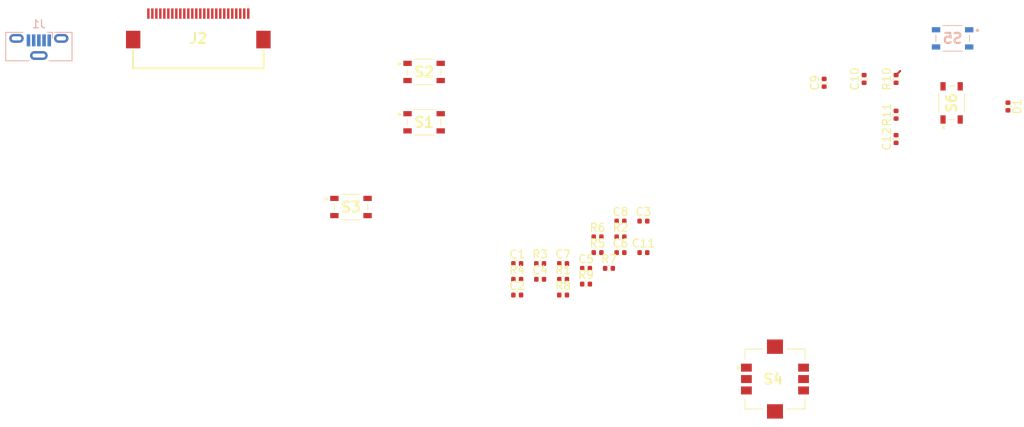
<source format=kicad_pcb>
(kicad_pcb (version 20211014) (generator pcbnew)
  (layers (0 "F.Cu" signal) (31 "B.Cu" signal) (34 "B.Paste" user) (35 "F.Paste" user) (36 "B.SilkS" user "B.Silkscreen") (37 "F.SilkS" user "F.Silkscreen") (38 "B.Mask" user) (39 "F.Mask" user) (44 "Edge.Cuts" user))
  (net 0 "")
  (net 1 "/PHOTO")
  (net 2 "/RECORD")
  (net 3 "/DOWN")
  (net 4 "/RIGHT")
  (net 5 "GND")
  (net 6 "/LEFT")
  (net 7 "/OK")
  (net 8 "/UP")
  (net 9 "/RTH")
  (net 10 "/LED_ANODE")
  (net 11 "/PAUSE")
  (net 12 "/ON_OFF")
  (net 13 "/LED_CATHODE")
  (net 16 "/D+")
  (net 17 "/D-")
  (net 18 "VBUS")
  (net 66 "/LED")
  (net 93 "unconnected-(R10-Pad2)")
  (footprint "Capacitor_SMD:C_0402_1005Metric" (layer "F.Cu") (at 176.52 94.73)
    (fp_text reference "C6" (at 0 -1.16) (layer "F.SilkS"))
    (fp_text value "C")
    (fp_line (start -0.107836 -0.36) (end 0.107836 -0.36) (layer "F.SilkS") (width 0.12))
    (fp_line (start -0.107836 0.36) (end 0.107836 0.36) (layer "F.SilkS") (width 0.12))
    (pad "1" smd roundrect (at -0.48 0) (size 0.56 0.62) (layers "F.Cu" "F.Paste" "F.Mask"))
    (pad "2" smd roundrect (at 0.48 0) (size 0.56 0.62) (layers "F.Cu" "F.Paste" "F.Mask"))
  )
  (footprint "Component_lib:SKRPABE010" (layer "F.Cu") (at 142.8 89.025)
    (fp_text reference "S3" (at 0 0) (layer "F.SilkS") (effects (font (size 1.27 1.27) (thickness 0.254))))
    (fp_text value "SKRPABE010" hide)
    (fp_line (start -3 -1) (end -3 -1) (layer "F.SilkS") (width 0.1))
    (fp_line (start 2.1 -0.4) (end 2.1 0.4) (layer "F.SilkS") (width 0.1))
    (fp_line (start -1.2 -1.6) (end 1.2 -1.6) (layer "F.SilkS") (width 0.1))
    (fp_line (start -1.2 1.6) (end 1.2 1.6) (layer "F.SilkS") (width 0.1))
    (fp_line (start -3.2 -1) (end -3.2 -1) (layer "F.SilkS") (width 0.2))
    (fp_line (start -3 -1) (end -3 -1) (layer "F.SilkS") (width 0.2))
    (fp_line (start -2.1 -0.4) (end -2.1 0.4) (layer "F.SilkS") (width 0.1))
    (fp_arc (start -3.2 -1) (mid -3.1 -1.1) (end -3 -1) (layer "F.SilkS") (width 0.2))
    (fp_arc (start -3 -1) (mid -3.1 -0.9) (end -3.2 -1) (layer "F.SilkS") (width 0.2))
    (pad "1" smd rect (at -2.075 -1.075 90) (size 0.65 1.05) (layers "F.Cu" "F.Paste" "F.Mask") (net 5 "GND"))
    (pad "2" smd rect (at 2.075 -1.075 90) (size 0.65 1.05) (layers "F.Cu" "F.Paste" "F.Mask"))
    (pad "3" smd rect (at -2.075 1.075 90) (size 0.65 1.05) (layers "F.Cu" "F.Paste" "F.Mask"))
    (pad "4" smd rect (at 2.075 1.075 90) (size 0.65 1.05) (layers "F.Cu" "F.Paste" "F.Mask"))
  )
  (footprint "Capacitor_SMD:C_0402_1005Metric" (layer "F.Cu") (at 176.52 92.76)
    (fp_text reference "R2" (at 0 -1.16) (layer "F.SilkS"))
    (fp_text value "R")
    (fp_line (start -0.107836 -0.36) (end 0.107836 -0.36) (layer "F.SilkS") (width 0.12))
    (fp_line (start -0.107836 0.36) (end 0.107836 0.36) (layer "F.SilkS") (width 0.12))
    (pad "1" smd roundrect (at -0.48 0) (size 0.56 0.62) (layers "F.Cu" "F.Paste" "F.Mask"))
    (pad "2" smd roundrect (at 0.48 0) (size 0.56 0.62) (layers "F.Cu" "F.Paste" "F.Mask"))
  )
  (footprint "Capacitor_SMD:C_0402_1005Metric" (layer "F.Cu") (at 211 73 90)
    (fp_text reference "R10" (at 0 -1.16 90) (layer "F.SilkS"))
    (fp_text value "1k1")
    (fp_line (start -0.107836 -0.36) (end 0.107836 -0.36) (layer "F.SilkS") (width 0.12))
    (fp_line (start -0.107836 0.36) (end 0.107836 0.36) (layer "F.SilkS") (width 0.12))
    (pad "1" smd roundrect (at -0.48 0 90) (size 0.56 0.62) (layers "F.Cu" "F.Paste" "F.Mask"))
    (pad "2" smd roundrect (at 0.48 0 90) (size 0.56 0.62) (layers "F.Cu" "F.Paste" "F.Mask") (net 93 "unconnected-(R10-Pad2)"))
  )
  (footprint "Capacitor_SMD:C_0402_1005Metric" (layer "F.Cu") (at 163.6 100.04)
    (fp_text reference "C2" (at 0 -1.16) (layer "F.SilkS"))
    (fp_text value "C")
    (fp_line (start -0.107836 0.36) (end 0.107836 0.36) (layer "F.SilkS") (width 0.12))
    (fp_line (start -0.107836 -0.36) (end 0.107836 -0.36) (layer "F.SilkS") (width 0.12))
    (pad "1" smd roundrect (at -0.48 0) (size 0.56 0.62) (layers "F.Cu" "F.Paste" "F.Mask"))
    (pad "2" smd roundrect (at 0.48 0) (size 0.56 0.62) (layers "F.Cu" "F.Paste" "F.Mask"))
  )
  (footprint "Capacitor_SMD:C_0402_1005Metric" (layer "F.Cu") (at 163.6 98.07)
    (fp_text reference "R4" (at 0 -1.16) (layer "F.SilkS"))
    (fp_text value "R")
    (fp_line (start -0.107836 0.36) (end 0.107836 0.36) (layer "F.SilkS") (width 0.12))
    (fp_line (start -0.107836 -0.36) (end 0.107836 -0.36) (layer "F.SilkS") (width 0.12))
    (pad "1" smd roundrect (at -0.48 0) (size 0.56 0.62) (layers "F.Cu" "F.Paste" "F.Mask"))
    (pad "2" smd roundrect (at 0.48 0) (size 0.56 0.62) (layers "F.Cu" "F.Paste" "F.Mask"))
  )
  (footprint "Capacitor_SMD:C_0402_1005Metric" (layer "F.Cu") (at 163.6 96.1)
    (fp_text reference "C1" (at 0 -1.16) (layer "F.SilkS"))
    (fp_text value "C")
    (fp_line (start -0.107836 0.36) (end 0.107836 0.36) (layer "F.SilkS") (width 0.12))
    (fp_line (start -0.107836 -0.36) (end 0.107836 -0.36) (layer "F.SilkS") (width 0.12))
    (pad "1" smd roundrect (at -0.48 0) (size 0.56 0.62) (layers "F.Cu" "F.Paste" "F.Mask"))
    (pad "2" smd roundrect (at 0.48 0) (size 0.56 0.62) (layers "F.Cu" "F.Paste" "F.Mask"))
  )
  (footprint "Capacitor_SMD:C_0402_1005Metric" (layer "F.Cu") (at 169.34 100.04)
    (fp_text reference "R8" (at 0 -1.16) (layer "F.SilkS"))
    (fp_text value "R")
    (fp_line (start -0.107836 -0.36) (end 0.107836 -0.36) (layer "F.SilkS") (width 0.12))
    (fp_line (start -0.107836 0.36) (end 0.107836 0.36) (layer "F.SilkS") (width 0.12))
    (pad "1" smd roundrect (at -0.48 0) (size 0.56 0.62) (layers "F.Cu" "F.Paste" "F.Mask"))
    (pad "2" smd roundrect (at 0.48 0) (size 0.56 0.62) (layers "F.Cu" "F.Paste" "F.Mask"))
  )
  (footprint "Component_lib:SKRPABE010" (layer "F.Cu") (at 217.95 76 90)
    (fp_text reference "S6" (at 0 0 90) (layer "F.SilkS") (effects (font (size 1.27 1.27) (thickness 0.254))))
    (fp_text value "SKRPABE010" hide)
    (fp_line (start -3 -1) (end -3 -1) (layer "F.SilkS") (width 0.2))
    (fp_line (start -3.2 -1) (end -3.2 -1) (layer "F.SilkS") (width 0.2))
    (fp_line (start 2.1 -0.4) (end 2.1 0.4) (layer "F.SilkS") (width 0.1))
    (fp_line (start -1.2 1.6) (end 1.2 1.6) (layer "F.SilkS") (width 0.1))
    (fp_line (start -2.1 -0.4) (end -2.1 0.4) (layer "F.SilkS") (width 0.1))
    (fp_line (start -3 -1) (end -3 -1) (layer "F.SilkS") (width 0.1))
    (fp_line (start -1.2 -1.6) (end 1.2 -1.6) (layer "F.SilkS") (width 0.1))
    (fp_arc (start -3.2 -1) (mid -3.1 -1.1) (end -3 -1) (layer "F.SilkS") (width 0.2))
    (fp_arc (start -3 -1) (mid -3.1 -0.9) (end -3.2 -1) (layer "F.SilkS") (width 0.2))
    (pad "1" smd rect (at -2.075 -1.075 180) (size 0.65 1.05) (layers "F.Cu" "F.Paste" "F.Mask"))
    (pad "2" smd rect (at 2.075 -1.075 180) (size 0.65 1.05) (layers "F.Cu" "F.Paste" "F.Mask"))
    (pad "3" smd rect (at -2.075 1.075 180) (size 0.65 1.05) (layers "F.Cu" "F.Paste" "F.Mask"))
    (pad "4" smd rect (at 2.075 1.075 180) (size 0.65 1.05) (layers "F.Cu" "F.Paste" "F.Mask"))
  )
  (footprint "Component_lib:FH12A26S05SH55" (layer "F.Cu") (at 123.7 68.25 180)
    (fp_text reference "J2" (at 0 0.325) (layer "F.SilkS") (effects (font (size 1.27 1.27) (thickness 0.254))))
    (fp_text value "FH12A-26S-0.5SH_55_" hide)
    (fp_line (start -8.175 -3.425) (end 8.175 -3.425) (layer "F.SilkS") (width 0.2))
    (fp_line (start 8.175 -3.425) (end 8.175 -1.2) (layer "F.SilkS") (width 0.2))
    (fp_line (start -8.175 -1.2) (end -8.175 -3.425) (layer "F.SilkS") (width 0.2))
    (fp_line (start -6.25 4.4) (end -6.25 4.4) (layer "F.SilkS") (width 0.1))
    (fp_line (start -6.25 4.5) (end -6.25 4.5) (layer "F.SilkS") (width 0.1))
    (fp_arc (start -6.25 4.5) (mid -6.3 4.45) (end -6.25 4.4) (layer "F.SilkS") (width 0.1))
    (fp_arc (start -6.25 4.4) (mid -6.2 4.45) (end -6.25 4.5) (layer "F.SilkS") (width 0.1))
    (pad "1" smd rect (at -6.25 3.425 180) (size 0.3 1.3) (layers "F.Cu" "F.Paste" "F.Mask") (net 1 "/PHOTO"))
    (pad "2" smd rect (at -5.75 3.425 180) (size 0.3 1.3) (layers "F.Cu" "F.Paste" "F.Mask") (net 2 "/RECORD"))
    (pad "3" smd rect (at -5.25 3.425 180) (size 0.3 1.3) (layers "F.Cu" "F.Paste" "F.Mask") (net 3 "/DOWN"))
    (pad "4" smd rect (at -4.75 3.425 180) (size 0.3 1.3) (layers "F.Cu" "F.Paste" "F.Mask") (net 4 "/RIGHT"))
    (pad "5" smd rect (at -4.25 3.425 180) (size 0.3 1.3) (layers "F.Cu" "F.Paste" "F.Mask") (net 5 "GND"))
    (pad "6" smd rect (at -3.75 3.425 180) (size 0.3 1.3) (layers "F.Cu" "F.Paste" "F.Mask") (net 6 "/LEFT"))
    (pad "7" smd rect (at -3.25 3.425 180) (size 0.3 1.3) (layers "F.Cu" "F.Paste" "F.Mask") (net 7 "/OK"))
    (pad "8" smd rect (at -2.75 3.425 180) (size 0.3 1.3) (layers "F.Cu" "F.Paste" "F.Mask") (net 8 "/UP"))
    (pad "9" smd rect (at -2.25 3.425 180) (size 0.3 1.3) (layers "F.Cu" "F.Paste" "F.Mask") (net 9 "/RTH"))
    (pad "10" smd rect (at -1.75 3.425 180) (size 0.3 1.3) (layers "F.Cu" "F.Paste" "F.Mask") (net 10 "/LED_ANODE"))
    (pad "11" smd rect (at -1.25 3.425 180) (size 0.3 1.3) (layers "F.Cu" "F.Paste" "F.Mask") (net 11 "/PAUSE"))
    (pad "12" smd rect (at -0.75 3.425 180) (size 0.3 1.3) (layers "F.Cu" "F.Paste" "F.Mask") (net 5 "GND"))
    (pad "13" smd rect (at -0.25 3.425 180) (size 0.3 1.3) (layers "F.Cu" "F.Paste" "F.Mask") (net 12 "/ON_OFF"))
    (pad "14" smd rect (at 0.25 3.425 180) (size 0.3 1.3) (layers "F.Cu" "F.Paste" "F.Mask") (net 13 "/LED_CATHODE"))
    (pad "15" smd rect (at 0.75 3.425 180) (size 0.3 1.3) (layers "F.Cu" "F.Paste" "F.Mask"))
    (pad "16" smd rect (at 1.25 3.425 180) (size 0.3 1.3) (layers "F.Cu" "F.Paste" "F.Mask") (net 5 "GND"))
    (pad "17" smd rect (at 1.75 3.425 180) (size 0.3 1.3) (layers "F.Cu" "F.Paste" "F.Mask"))
    (pad "18" smd rect (at 2.25 3.425 180) (size 0.3 1.3) (layers "F.Cu" "F.Paste" "F.Mask") (net 5 "GND"))
    (pad "19" smd rect (at 2.75 3.425 180) (size 0.3 1.3) (layers "F.Cu" "F.Paste" "F.Mask") (net 5 "GND"))
    (pad "20" smd rect (at 3.25 3.425 180) (size 0.3 1.3) (layers "F.Cu" "F.Paste" "F.Mask") (net 16 "/D+"))
    (pad "21" smd rect (at 3.75 3.425 180) (size 0.3 1.3) (layers "F.Cu" "F.Paste" "F.Mask") (net 17 "/D-"))
    (pad "22" smd rect (at 4.25 3.425 180) (size 0.3 1.3) (layers "F.Cu" "F.Paste" "F.Mask") (net 18 "VBUS"))
    (pad "23" smd rect (at 4.75 3.425 180) (size 0.3 1.3) (layers "F.Cu" "F.Paste" "F.Mask") (net 18 "VBUS"))
    (pad "24" smd rect (at 5.25 3.425 180) (size 0.3 1.3) (layers "F.Cu" "F.Paste" "F.Mask") (net 18 "VBUS"))
    (pad "25" smd rect (at 5.75 3.425 180) (size 0.3 1.3) (layers "F.Cu" "F.Paste" "F.Mask") (net 18 "VBUS"))
    (pad "26" smd rect (at 6.25 3.425 180) (size 0.3 1.3) (layers "F.Cu" "F.Paste" "F.Mask") (net 18 "VBUS"))
    (pad "MP1" smd rect (at -8.15 0.175 180) (size 1.8 2.2) (layers "F.Cu" "F.Paste" "F.Mask") (net 5 "GND"))
    (pad "MP2" smd rect (at 8.15 0.175 180) (size 1.8 2.2) (layers "F.Cu" "F.Paste" "F.Mask") (net 5 "GND"))
  )
  (footprint "Capacitor_SMD:C_0402_1005Metric" (layer "F.Cu") (at 211 80.52 90)
    (fp_text reference "C12" (at 0 -1.16 90) (layer "F.SilkS"))
    (fp_text value "C")
    (fp_line (start -0.107836 -0.36) (end 0.107836 -0.36) (layer "F.SilkS") (width 0.12))
    (fp_line (start -0.107836 0.36) (end 0.107836 0.36) (layer "F.SilkS") (width 0.12))
    (pad "1" smd roundrect (at -0.48 0 90) (size 0.56 0.62) (layers "F.Cu" "F.Paste" "F.Mask"))
    (pad "2" smd roundrect (at 0.48 0 90) (size 0.56 0.62) (layers "F.Cu" "F.Paste" "F.Mask"))
  )
  (footprint "Component_lib:SKRHABE010" (layer "F.Cu") (at 195.85 110.55)
    (fp_text reference "S4" (at -0.225 0) (layer "F.SilkS") (effects (font (size 1.27 1.27) (thickness 0.254))))
    (fp_text value "SKRHABE010" hide)
    (fp_line (start -3.75 3.75) (end -1.5 3.75) (layer "F.SilkS") (width 0.1))
    (fp_line (start 3.75 3.75) (end 3.75 2.5) (layer "F.SilkS") (width 0.1))
    (fp_line (start 3.75 -3.75) (end 3.75 -2.5) (layer "F.SilkS") (width 0.1))
    (fp_line (start -4.6 -1.5) (end -4.6 -1.5) (layer "F.SilkS") (width 0.2))
    (fp_line (start -1.5 -3.75) (end -3.75 -3.75) (layer "F.SilkS") (width 0.1))
    (fp_line (start -4.6 -1.3) (end -4.6 -1.3) (layer "F.SilkS") (width 0.2))
    (fp_line (start 1.5 3.75) (end 3.75 3.75) (layer "F.SilkS") (width 0.1))
    (fp_line (start 1.5 -3.75) (end 3.75 -3.75) (layer "F.SilkS") (width 0.1))
    (fp_line (start -3.75 -3.75) (end -3.75 -2.5) (layer "F.SilkS") (width 0.1))
    (fp_line (start -3.75 2.5) (end -3.75 3.75) (layer "F.SilkS") (width 0.1))
    (fp_arc (start -4.6 -1.5) (mid -4.5 -1.4) (end -4.6 -1.3) (layer "F.SilkS") (width 0.2))
    (fp_arc (start -4.6 -1.3) (mid -4.7 -1.4) (end -4.6 -1.5) (layer "F.SilkS") (width 0.2))
    (pad "" np_thru_hole circle locked (at 0 -1.9) (size 0.75 0.75) (drill 0.75) (layers *.Cu *.Mask))
    (pad "" np_thru_hole circle locked (at 0 1.9) (size 1.05 1.05) (drill 1.05) (layers *.Cu *.Mask))
    (pad "1" smd rect locked (at -3.575 -1.425 90) (size 1 1.35) (layers "F.Cu" "F.Paste" "F.Mask"))
    (pad "2" smd rect locked (at -3.575 0 90) (size 1 1.35) (layers "F.Cu" "F.Paste" "F.Mask"))
    (pad "3" smd rect locked (at -3.575 1.425 90) (size 1 1.35) (layers "F.Cu" "F.Paste" "F.Mask"))
    (pad "4" smd rect locked (at 3.575 -1.425 90) (size 1 1.35) (layers "F.Cu" "F.Paste" "F.Mask"))
    (pad "5" smd rect locked (at 3.575 0 90) (size 1 1.35) (layers "F.Cu" "F.Paste" "F.Mask") (net 5 "GND"))
    (pad "6" smd rect locked (at 3.575 1.425 90) (size 1 1.35) (layers "F.Cu" "F.Paste" "F.Mask"))
    (pad "7" smd rect locked (at 0 -4.05 90) (size 1.8 2) (layers "F.Cu" "F.Paste" "F.Mask"))
    (pad "8" smd rect locked (at 0 4.05 90) (size 1.8 2) (layers "F.Cu" "F.Paste" "F.Mask"))
  )
  (footprint "Capacitor_SMD:C_0402_1005Metric" (layer "F.Cu") (at 172.21 96.7)
    (fp_text reference "C5" (at 0 -1.16) (layer "F.SilkS"))
    (fp_text value "C")
    (fp_line (start -0.107836 -0.36) (end 0.107836 -0.36) (layer "F.SilkS") (width 0.12))
    (fp_line (start -0.107836 0.36) (end 0.107836 0.36) (layer "F.SilkS") (width 0.12))
    (pad "1" smd roundrect (at -0.48 0) (size 0.56 0.62) (layers "F.Cu" "F.Paste" "F.Mask"))
    (pad "2" smd roundrect (at 0.48 0) (size 0.56 0.62) (layers "F.Cu" "F.Paste" "F.Mask"))
  )
  (footprint "Component_lib:SKRPABE010" (layer "F.Cu") (at 151.95 78.425)
    (fp_text reference "S1" (at 0 0) (layer "F.SilkS") (effects (font (size 1.27 1.27) (thickness 0.254))))
    (fp_text value "SKRPABE010" hide)
    (fp_line (start -2.1 -0.4) (end -2.1 0.4) (layer "F.SilkS") (width 0.1))
    (fp_line (start -1.2 -1.6) (end 1.2 -1.6) (layer "F.SilkS") (width 0.1))
    (fp_line (start -3 -1) (end -3 -1) (layer "F.SilkS") (width 0.2))
    (fp_line (start -3 -1) (end -3 -1) (layer "F.SilkS") (width 0.1))
    (fp_line (start -1.2 1.6) (end 1.2 1.6) (layer "F.SilkS") (width 0.1))
    (fp_line (start 2.1 -0.4) (end 2.1 0.4) (layer "F.SilkS") (width 0.1))
    (fp_line (start -3.2 -1) (end -3.2 -1) (layer "F.SilkS") (width 0.2))
    (fp_arc (start -3 -1) (mid -3.1 -0.9) (end -3.2 -1) (layer "F.SilkS") (width 0.2))
    (fp_arc (start -3.2 -1) (mid -3.1 -1.1) (end -3 -1) (layer "F.SilkS") (width 0.2))
    (pad "1" smd rect (at -2.075 -1.075 90) (size 0.65 1.05) (layers "F.Cu" "F.Paste" "F.Mask"))
    (pad "2" smd rect (at 2.075 -1.075 90) (size 0.65 1.05) (layers "F.Cu" "F.Paste" "F.Mask"))
    (pad "3" smd rect (at -2.075 1.075 90) (size 0.65 1.05) (layers "F.Cu" "F.Paste" "F.Mask") (net 5 "GND"))
    (pad "4" smd rect (at 2.075 1.075 90) (size 0.65 1.05) (layers "F.Cu" "F.Paste" "F.Mask"))
  )
  (footprint "Capacitor_SMD:C_0402_1005Metric" (layer "F.Cu") (at 172.21 98.67)
    (fp_text reference "R9" (at 0 -1.16) (layer "F.SilkS"))
    (fp_text value "R")
    (fp_line (start -0.107836 -0.36) (end 0.107836 -0.36) (layer "F.SilkS") (width 0.12))
    (fp_line (start -0.107836 0.36) (end 0.107836 0.36) (layer "F.SilkS") (width 0.12))
    (pad "1" smd roundrect (at -0.48 0) (size 0.56 0.62) (layers "F.Cu" "F.Paste" "F.Mask"))
    (pad "2" smd roundrect (at 0.48 0) (size 0.56 0.62) (layers "F.Cu" "F.Paste" "F.Mask"))
  )
  (footprint "Component_lib:SKRPABE010" (layer "F.Cu") (at 151.95 72.125)
    (fp_text reference "S2" (at 0 0) (layer "F.SilkS") (effects (font (size 1.27 1.27) (thickness 0.254))))
    (fp_text value "SKRPABE010" hide)
    (fp_line (start -3 -1) (end -3 -1) (layer "F.SilkS") (width 0.1))
    (fp_line (start -2.1 -0.4) (end -2.1 0.4) (layer "F.SilkS") (width 0.1))
    (fp_line (start -1.2 1.6) (end 1.2 1.6) (layer "F.SilkS") (width 0.1))
    (fp_line (start -3 -1) (end -3 -1) (layer "F.SilkS") (width 0.2))
    (fp_line (start 2.1 -0.4) (end 2.1 0.4) (layer "F.SilkS") (width 0.1))
    (fp_line (start -1.2 -1.6) (end 1.2 -1.6) (layer "F.SilkS") (width 0.1))
    (fp_line (start -3.2 -1) (end -3.2 -1) (layer "F.SilkS") (width 0.2))
    (fp_arc (start -3 -1) (mid -3.1 -0.9) (end -3.2 -1) (layer "F.SilkS") (width 0.2))
    (fp_arc (start -3.2 -1) (mid -3.1 -1.1) (end -3 -1) (layer "F.SilkS") (width 0.2))
    (pad "1" smd rect (at -2.075 -1.075 90) (size 0.65 1.05) (layers "F.Cu" "F.Paste" "F.Mask"))
    (pad "2" smd rect (at 2.075 -1.075 90) (size 0.65 1.05) (layers "F.Cu" "F.Paste" "F.Mask"))
    (pad "3" smd rect (at -2.075 1.075 90) (size 0.65 1.05) (layers "F.Cu" "F.Paste" "F.Mask") (net 5 "GND"))
    (pad "4" smd rect (at 2.075 1.075 90) (size 0.65 1.05) (layers "F.Cu" "F.Paste" "F.Mask"))
  )
  (footprint "Capacitor_SMD:C_0402_1005Metric" (layer "F.Cu") (at 169.34 98.07)
    (fp_text reference "R1" (at 0 -1.16) (layer "F.SilkS"))
    (fp_text value "R")
    (fp_line (start -0.107836 -0.36) (end 0.107836 -0.36) (layer "F.SilkS") (width 0.12))
    (fp_line (start -0.107836 0.36) (end 0.107836 0.36) (layer "F.SilkS") (width 0.12))
    (pad "1" smd roundrect (at -0.48 0) (size 0.56 0.62) (layers "F.Cu" "F.Paste" "F.Mask"))
    (pad "2" smd roundrect (at 0.48 0) (size 0.56 0.62) (layers "F.Cu" "F.Paste" "F.Mask"))
  )
  (footprint "Capacitor_SMD:C_0402_1005Metric" (layer "F.Cu") (at 179.39 94.73)
    (fp_text reference "C11" (at 0 -1.16) (layer "F.SilkS"))
    (fp_text value "C")
    (fp_line (start -0.107836 -0.36) (end 0.107836 -0.36) (layer "F.SilkS") (width 0.12))
    (fp_line (start -0.107836 0.36) (end 0.107836 0.36) (layer "F.SilkS") (width 0.12))
    (pad "1" smd roundrect (at -0.48 0) (size 0.56 0.62) (layers "F.Cu" "F.Paste" "F.Mask"))
    (pad "2" smd roundrect (at 0.48 0) (size 0.56 0.62) (layers "F.Cu" "F.Paste" "F.Mask"))
  )
  (footprint "Capacitor_SMD:C_0402_1005Metric" (layer "F.Cu") (at 225 76.45 -90)
    (fp_text reference "D1" (at 0 -1.16 90) (layer "F.SilkS"))
    (fp_text value "LED")
    (fp_line (start -0.107836 -0.36) (end 0.107836 -0.36) (layer "F.SilkS") (width 0.12))
    (fp_line (start -0.107836 0.36) (end 0.107836 0.36) (layer "F.SilkS") (width 0.12))
    (pad "1" smd roundrect (at -0.48 0 270) (size 0.56 0.62) (layers "F.Cu" "F.Paste" "F.Mask") (net 66 "/LED"))
    (pad "2" smd roundrect (at 0.48 0 270) (size 0.56 0.62) (layers "F.Cu" "F.Paste" "F.Mask"))
  )
  (footprint "Capacitor_SMD:C_0402_1005Metric" (layer "F.Cu") (at 211 77.48 90)
    (fp_text reference "R11" (at 0 -1.16 90) (layer "F.SilkS"))
    (fp_text value "11")
    (fp_line (start -0.107836 -0.36) (end 0.107836 -0.36) (layer "F.SilkS") (width 0.12))
    (fp_line (start -0.107836 0.36) (end 0.107836 0.36) (layer "F.SilkS") (width 0.12))
    (pad "1" smd roundrect (at -0.48 0 90) (size 0.56 0.62) (layers "F.Cu" "F.Paste" "F.Mask"))
    (pad "2" smd roundrect (at 0.48 0 90) (size 0.56 0.62) (layers "F.Cu" "F.Paste" "F.Mask"))
  )
  (footprint "Capacitor_SMD:C_0402_1005Metric" (layer "F.Cu") (at 176.52 90.79)
    (fp_text reference "C8" (at 0 -1.16) (layer "F.SilkS"))
    (fp_text value "C")
    (fp_line (start -0.107836 -0.36) (end 0.107836 -0.36) (layer "F.SilkS") (width 0.12))
    (fp_line (start -0.107836 0.36) (end 0.107836 0.36) (layer "F.SilkS") (width 0.12))
    (pad "1" smd roundrect (at -0.48 0) (size 0.56 0.62) (layers "F.Cu" "F.Paste" "F.Mask"))
    (pad "2" smd roundrect (at 0.48 0) (size 0.56 0.62) (layers "F.Cu" "F.Paste" "F.Mask"))
  )
  (footprint "Capacitor_SMD:C_0402_1005Metric" (layer "F.Cu") (at 175.08 96.7)
    (fp_text reference "R7" (at 0 -1.16) (layer "F.SilkS"))
    (fp_text value "R")
    (fp_line (start -0.107836 0.36) (end 0.107836 0.36) (layer "F.SilkS") (width 0.12))
    (fp_line (start -0.107836 -0.36) (end 0.107836 -0.36) (layer "F.SilkS") (width 0.12))
    (pad "1" smd roundrect (at -0.48 0) (size 0.56 0.62) (layers "F.Cu" "F.Paste" "F.Mask"))
    (pad "2" smd roundrect (at 0.48 0) (size 0.56 0.62) (layers "F.Cu" "F.Paste" "F.Mask"))
  )
  (footprint "Capacitor_SMD:C_0402_1005Metric" (layer "F.Cu") (at 173.65 92.76)
    (fp_text reference "R6" (at 0 -1.16) (layer "F.SilkS"))
    (fp_text value "R")
    (fp_line (start -0.107836 0.36) (end 0.107836 0.36) (layer "F.SilkS") (width 0.12))
    (fp_line (start -0.107836 -0.36) (end 0.107836 -0.36) (layer "F.SilkS") (width 0.12))
    (pad "1" smd roundrect (at -0.48 0) (size 0.56 0.62) (layers "F.Cu" "F.Paste" "F.Mask"))
    (pad "2" smd roundrect (at 0.48 0) (size 0.56 0.62) (layers "F.Cu" "F.Paste" "F.Mask"))
  )
  (footprint "Capacitor_SMD:C_0402_1005Metric" (layer "F.Cu") (at 179.39 90.79)
    (fp_text reference "C3" (at 0 -1.16) (layer "F.SilkS"))
    (fp_text value "C")
    (fp_line (start -0.107836 0.36) (end 0.107836 0.36) (layer "F.SilkS") (width 0.12))
    (fp_line (start -0.107836 -0.36) (end 0.107836 -0.36) (layer "F.SilkS") (width 0.12))
    (pad "1" smd roundrect (at -0.48 0) (size 0.56 0.62) (layers "F.Cu" "F.Paste" "F.Mask"))
    (pad "2" smd roundrect (at 0.48 0) (size 0.56 0.62) (layers "F.Cu" "F.Paste" "F.Mask"))
  )
  (footprint "Capacitor_SMD:C_0402_1005Metric" (layer "F.Cu") (at 207 73 90)
    (fp_text reference "C10" (at 0 -1.16 90) (layer "F.SilkS"))
    (fp_text value "C")
    (fp_line (start -0.107836 -0.36) (end 0.107836 -0.36) (layer "F.SilkS") (width 0.12))
    (fp_line (start -0.107836 0.36) (end 0.107836 0.36) (layer "F.SilkS") (width 0.12))
    (pad "1" smd roundrect (at -0.48 0 90) (size 0.56 0.62) (layers "F.Cu" "F.Paste" "F.Mask"))
    (pad "2" smd roundrect (at 0.48 0 90) (size 0.56 0.62) (layers "F.Cu" "F.Paste" "F.Mask"))
  )
  (footprint "Capacitor_SMD:C_0402_1005Metric" (layer "F.Cu") (at 166.47 96.1)
    (fp_text reference "R3" (at 0 -1.16) (layer "F.SilkS"))
    (fp_text value "R")
    (fp_line (start -0.107836 0.36) (end 0.107836 0.36) (layer "F.SilkS") (width 0.12))
    (fp_line (start -0.107836 -0.36) (end 0.107836 -0.36) (layer "F.SilkS") (width 0.12))
    (pad "1" smd roundrect (at -0.48 0) (size 0.56 0.62) (layers "F.Cu" "F.Paste" "F.Mask"))
    (pad "2" smd roundrect (at 0.48 0) (size 0.56 0.62) (layers "F.Cu" "F.Paste" "F.Mask"))
  )
  (footprint "Capacitor_SMD:C_0402_1005Metric" (layer "F.Cu") (at 169.34 96.1)
    (fp_text reference "C7" (at 0 -1.16) (layer "F.SilkS"))
    (fp_text value "C")
    (fp_line (start -0.107836 -0.36) (end 0.107836 -0.36) (layer "F.SilkS") (width 0.12))
    (fp_line (start -0.107836 0.36) (end 0.107836 0.36) (layer "F.SilkS") (width 0.12))
    (pad "1" smd roundrect (at -0.48 0) (size 0.56 0.62) (layers "F.Cu" "F.Paste" "F.Mask"))
    (pad "2" smd roundrect (at 0.48 0) (size 0.56 0.62) (layers "F.Cu" "F.Paste" "F.Mask"))
  )
  (footprint "Capacitor_SMD:C_0402_1005Metric" (layer "F.Cu") (at 202 73.48 90)
    (fp_text reference "C9" (at 0 -1.16 90) (layer "F.SilkS"))
    (fp_text value "C")
    (fp_line (start -0.107836 -0.36) (end 0.107836 -0.36) (layer "F.SilkS") (width 0.12))
    (fp_line (start -0.107836 0.36) (end 0.107836 0.36) (layer "F.SilkS") (width 0.12))
    (pad "1" smd roundrect (at -0.48 0 90) (size 0.56 0.62) (layers "F.Cu" "F.Paste" "F.Mask"))
    (pad "2" smd roundrect (at 0.48 0 90) (size 0.56 0.62) (layers "F.Cu" "F.Paste" "F.Mask"))
  )
  (footprint "Capacitor_SMD:C_0402_1005Metric" (layer "F.Cu") (at 166.47 98.07)
    (fp_text reference "C4" (at 0 -1.16) (layer "F.SilkS"))
    (fp_text value "C")
    (fp_line (start -0.107836 -0.36) (end 0.107836 -0.36) (layer "F.SilkS") (width 0.12))
    (fp_line (start -0.107836 0.36) (end 0.107836 0.36) (layer "F.SilkS") (width 0.12))
    (pad "1" smd roundrect (at -0.48 0) (size 0.56 0.62) (layers "F.Cu" "F.Paste" "F.Mask"))
    (pad "2" smd roundrect (at 0.48 0) (size 0.56 0.62) (layers "F.Cu" "F.Paste" "F.Mask"))
  )
  (footprint "Capacitor_SMD:C_0402_1005Metric" (layer "F.Cu") (at 173.65 94.73)
    (fp_text reference "R5" (at 0 -1.16) (layer "F.SilkS"))
    (fp_text value "R")
    (fp_line (start -0.107836 -0.36) (end 0.107836 -0.36) (layer "F.SilkS") (width 0.12))
    (fp_line (start -0.107836 0.36) (end 0.107836 0.36) (layer "F.SilkS") (width 0.12))
    (pad "1" smd roundrect (at -0.48 0) (size 0.56 0.62) (layers "F.Cu" "F.Paste" "F.Mask"))
    (pad "2" smd roundrect (at 0.48 0) (size 0.56 0.62) (layers "F.Cu" "F.Paste" "F.Mask"))
  )
  (footprint "Component_lib:SKRPABE010" (layer "B.Cu") (at 218.075 67.925 180)
    (fp_text reference "S5" (at 0 0) (layer "B.SilkS") (effects (font (size 1.27 1.27) (thickness 0.254)) (justify mirror)))
    (fp_text value "SKRPABE010" hide)
    (fp_line (start -1.2 -1.6) (end 1.2 -1.6) (layer "B.SilkS") (width 0.1))
    (fp_line (start -3.2 1) (end -3.2 1) (layer "B.SilkS") (width 0.2))
    (fp_line (start 2.1 0.4) (end 2.1 -0.4) (layer "B.SilkS") (width 0.1))
    (fp_line (start -3 1) (end -3 1) (layer "B.SilkS") (width 0.1))
    (fp_line (start -2.1 0.4) (end -2.1 -0.4) (layer "B.SilkS") (width 0.1))
    (fp_line (start -1.2 1.6) (end 1.2 1.6) (layer "B.SilkS") (width 0.1))
    (fp_line (start -3 1) (end -3 1) (layer "B.SilkS") (width 0.2))
    (fp_arc (start -3 1) (mid -3.1 1.1) (end -3.2 1) (layer "B.SilkS") (width 0.2))
    (fp_arc (start -3.2 1) (mid -3.1 0.9) (end -3 1) (layer "B.SilkS") (width 0.2))
    (pad "1" smd rect (at -2.075 1.075 90) (size 0.65 1.05) (layers "B.Cu" "B.Paste" "B.Mask"))
    (pad "2" smd rect (at 2.075 1.075 90) (size 0.65 1.05) (layers "B.Cu" "B.Paste" "B.Mask"))
    (pad "3" smd rect (at -2.075 -1.075 90) (size 0.65 1.05) (layers "B.Cu" "B.Paste" "B.Mask") (net 5 "GND"))
    (pad "4" smd rect (at 2.075 -1.075 90) (size 0.65 1.05) (layers "B.Cu" "B.Paste" "B.Mask"))
  )
  (footprint "Connector_USB:USB_Micro-B_Molex-105133-0001" (layer "B.Cu") (at 103.75 69 180)
    (fp_text reference "J1" (at 0 2.85) (layer "B.SilkS") (effects (justify mirror)))
    (fp_text value "USB_B_Micro")
    (fp_line (start -4.15 -1.725) (end -1.25 -1.725) (layer "B.SilkS") (width 0.12))
    (fp_line (start -1.7 1.075) (end -1.7 1.825) (layer "B.SilkS") (width 0.12))
    (fp_line (start 4.15 1.825) (end 4.15 -1.725) (layer "B.SilkS") (width 0.12))
    (fp_line (start 4.15 -1.725) (end 1.25 -1.725) (layer "B.SilkS") (width 0.12))
    (fp_line (start 2 1.825) (end 4.15 1.825) (layer "B.SilkS") (width 0.12))
    (fp_line (start -2 1.825) (end -4.15 1.825) (layer "B.SilkS") (width 0.12))
    (fp_line (start -4.15 1.825) (end -4.15 -1.725) (layer "B.SilkS") (width 0.12))
    (fp_line (start -1.7 1.825) (end -1.1 1.825) (layer "B.SilkS") (width 0.12))
    (pad "1" smd rect (at -1.3 0.825 180) (size 0.45 1.5) (layers "B.Cu" "B.Paste" "B.Mask"))
    (pad "2" smd rect (at -0.65 0.825 180) (size 0.45 1.5) (layers "B.Cu" "B.Paste" "B.Mask"))
    (pad "3" smd rect (at 0 0.825 180) (size 0.45 1.5) (layers "B.Cu" "B.Paste" "B.Mask"))
    (pad "4" smd rect (at 0.65 0.825 180) (size 0.45 1.5) (layers "B.Cu" "B.Paste" "B.Mask"))
    (pad "5" smd rect (at 1.3 0.825 180) (size 0.45 1.5) (layers "B.Cu" "B.Paste" "B.Mask"))
    (pad "6" thru_hole oval (at 0 -1.075 180) (size 2.2 1.1) (drill oval 1.6 0.5) (layers *.Cu *.Mask))
    (pad "6" thru_hole oval (at 2.8 1.075 180) (size 1.8 1.1) (drill oval 1.2 0.5) (layers *.Cu *.Mask))
    (pad "6" thru_hole oval (at -2.8 1.075 180) (size 1.8 1.1) (drill oval 1.2 0.5) (layers *.Cu *.Mask))
  )
  (segment (start 211 72.52) (end 211.52 72) (width 0.25) (layer "F.Cu") (net 93))
)
</source>
